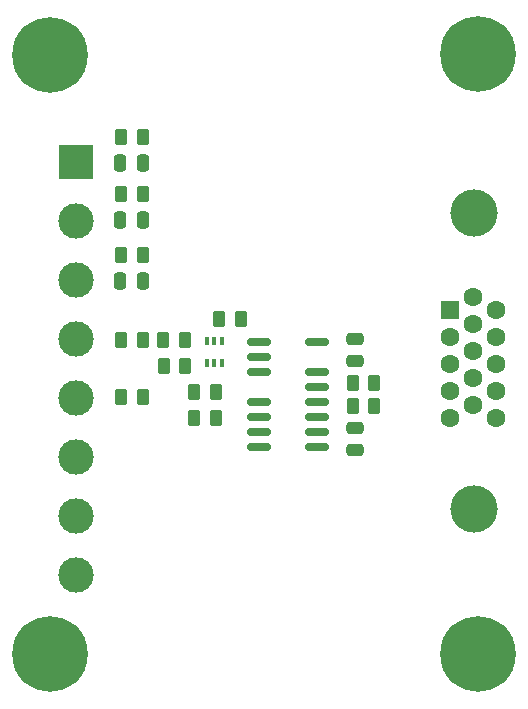
<source format=gbr>
%TF.GenerationSoftware,KiCad,Pcbnew,8.0.1*%
%TF.CreationDate,2024-07-17T22:44:32+10:00*%
%TF.ProjectId,vga,7667612e-6b69-4636-9164-5f7063625858,rev?*%
%TF.SameCoordinates,Original*%
%TF.FileFunction,Soldermask,Bot*%
%TF.FilePolarity,Negative*%
%FSLAX46Y46*%
G04 Gerber Fmt 4.6, Leading zero omitted, Abs format (unit mm)*
G04 Created by KiCad (PCBNEW 8.0.1) date 2024-07-17 22:44:32*
%MOMM*%
%LPD*%
G01*
G04 APERTURE LIST*
G04 Aperture macros list*
%AMRoundRect*
0 Rectangle with rounded corners*
0 $1 Rounding radius*
0 $2 $3 $4 $5 $6 $7 $8 $9 X,Y pos of 4 corners*
0 Add a 4 corners polygon primitive as box body*
4,1,4,$2,$3,$4,$5,$6,$7,$8,$9,$2,$3,0*
0 Add four circle primitives for the rounded corners*
1,1,$1+$1,$2,$3*
1,1,$1+$1,$4,$5*
1,1,$1+$1,$6,$7*
1,1,$1+$1,$8,$9*
0 Add four rect primitives between the rounded corners*
20,1,$1+$1,$2,$3,$4,$5,0*
20,1,$1+$1,$4,$5,$6,$7,0*
20,1,$1+$1,$6,$7,$8,$9,0*
20,1,$1+$1,$8,$9,$2,$3,0*%
G04 Aperture macros list end*
%ADD10R,3.000000X3.000000*%
%ADD11C,3.000000*%
%ADD12C,6.400000*%
%ADD13C,1.600000*%
%ADD14R,1.600000X1.600000*%
%ADD15C,4.000000*%
%ADD16RoundRect,0.250000X-0.262500X-0.450000X0.262500X-0.450000X0.262500X0.450000X-0.262500X0.450000X0*%
%ADD17RoundRect,0.250000X0.475000X-0.250000X0.475000X0.250000X-0.475000X0.250000X-0.475000X-0.250000X0*%
%ADD18RoundRect,0.250000X0.250000X0.475000X-0.250000X0.475000X-0.250000X-0.475000X0.250000X-0.475000X0*%
%ADD19RoundRect,0.250000X0.262500X0.450000X-0.262500X0.450000X-0.262500X-0.450000X0.262500X-0.450000X0*%
%ADD20RoundRect,0.150000X0.825000X0.150000X-0.825000X0.150000X-0.825000X-0.150000X0.825000X-0.150000X0*%
%ADD21RoundRect,0.250000X-0.475000X0.250000X-0.475000X-0.250000X0.475000X-0.250000X0.475000X0.250000X0*%
%ADD22RoundRect,0.100000X0.100000X-0.225000X0.100000X0.225000X-0.100000X0.225000X-0.100000X-0.225000X0*%
G04 APERTURE END LIST*
D10*
%TO.C,J2*%
X80600000Y-58500000D03*
D11*
X80600000Y-63500000D03*
X80600000Y-68500000D03*
X80600000Y-73500000D03*
X80600000Y-78500001D03*
X80600000Y-83500001D03*
X80600000Y-88499999D03*
X80600000Y-93500000D03*
%TD*%
D12*
%TO.C,H1*%
X78400000Y-100200000D03*
%TD*%
%TO.C,H2*%
X114600000Y-100200000D03*
%TD*%
%TO.C,H1*%
X78400000Y-49475000D03*
%TD*%
D13*
%TO.C,J1*%
X116160000Y-80222500D03*
X116160000Y-77932500D03*
X116160000Y-75642500D03*
X116160000Y-73352500D03*
X116160000Y-71062500D03*
X114180000Y-79077500D03*
X114180000Y-76787500D03*
X114180000Y-74497500D03*
X114180000Y-72207500D03*
X114180000Y-69917500D03*
X112200000Y-80222500D03*
X112200000Y-77932501D03*
X112200000Y-75642500D03*
X112200000Y-73352501D03*
D14*
X112200000Y-71062500D03*
D15*
X114250000Y-62877500D03*
X114249999Y-87877500D03*
%TD*%
D12*
%TO.C,H2*%
X114600000Y-49400000D03*
%TD*%
D16*
%TO.C,R7*%
X88000000Y-75800000D03*
X89825000Y-75800000D03*
%TD*%
D17*
%TO.C,C1*%
X104225000Y-75400000D03*
X104225000Y-73500002D03*
%TD*%
D18*
%TO.C,C5*%
X86200000Y-63390000D03*
X84300000Y-63390000D03*
%TD*%
D19*
%TO.C,R6*%
X89800000Y-73600000D03*
X87975000Y-73600000D03*
%TD*%
D20*
%TO.C,U1*%
X101000000Y-73755000D03*
X101000000Y-76295000D03*
X101000000Y-77565000D03*
X101000000Y-78835000D03*
X101000000Y-80105000D03*
X101000000Y-81375000D03*
X101000000Y-82645000D03*
X96050000Y-82645000D03*
X96050000Y-81375000D03*
X96050000Y-80105000D03*
X96050000Y-78835000D03*
X96050000Y-76295000D03*
X96050000Y-75025000D03*
X96050000Y-73755000D03*
%TD*%
D19*
%TO.C,R11*%
X86200000Y-66400000D03*
X84375000Y-66400000D03*
%TD*%
D16*
%TO.C,R13*%
X84400000Y-78400000D03*
X86225000Y-78400000D03*
%TD*%
%TO.C,R8*%
X84375000Y-73600000D03*
X86200000Y-73600000D03*
%TD*%
D18*
%TO.C,C3*%
X86200000Y-58580000D03*
X84300000Y-58580000D03*
%TD*%
%TO.C,C7*%
X86200000Y-68600000D03*
X84300000Y-68600000D03*
%TD*%
D19*
%TO.C,R5*%
X94512500Y-71800000D03*
X92687500Y-71800000D03*
%TD*%
D16*
%TO.C,R4*%
X90600000Y-78000000D03*
X92425000Y-78000000D03*
%TD*%
D21*
%TO.C,C2*%
X104225000Y-81000000D03*
X104225000Y-82899998D03*
%TD*%
D19*
%TO.C,R2*%
X105825000Y-79200000D03*
X104000000Y-79200000D03*
%TD*%
%TO.C,R10*%
X86200000Y-61200000D03*
X84375000Y-61200000D03*
%TD*%
D22*
%TO.C,Q1*%
X92925000Y-75550000D03*
X92275000Y-75549999D03*
X91625000Y-75550000D03*
X91625000Y-73650000D03*
X92275000Y-73650001D03*
X92925000Y-73650000D03*
%TD*%
D19*
%TO.C,R1*%
X105825000Y-77200000D03*
X104000000Y-77200000D03*
%TD*%
%TO.C,R9*%
X86200000Y-56400000D03*
X84375000Y-56400000D03*
%TD*%
%TO.C,R3*%
X92425000Y-80200000D03*
X90600000Y-80200000D03*
%TD*%
M02*

</source>
